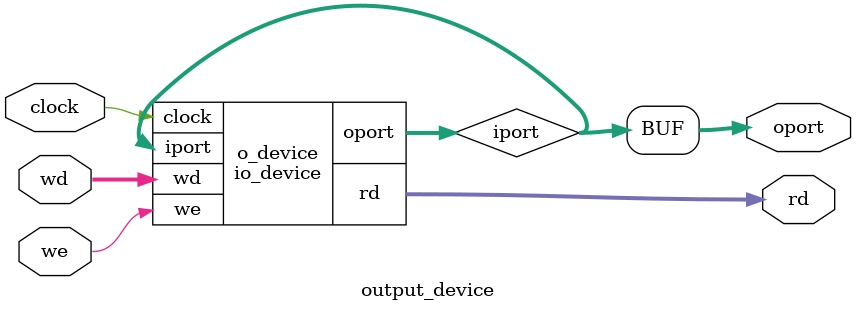
<source format=v>
`default_nettype none


module io_device(
  input wire        clock,
  input wire        we,
  input wire  [7:0] wd,
  output wire [7:0] rd,
  //
  input wire  [7:0] iport,
  output wire [7:0] oport
  );

  register data(
    .clock  (clock),
    .we     (we),
    .d      (wd),
    .q      (oport)
  );
  
  assign rd = iport;
  
endmodule

/////

module input_device(
  input wire        clock,
  input wire        we,
  input wire  [7:0] wd,
  output wire [7:0] rd,
  //
  input wire  [7:0] iport
  );
  
  wire [7:0] oport;
  
  io_device i_device(
    .clock  (clock),
    .we     (we),
    .wd     (wd),
    .rd     (rd),
    .iport  (iport),
    .oport  (oport));
endmodule

/////

module output_device(
  input wire        clock,
  input wire        we,
  input wire  [7:0] wd,
  output wire [7:0] rd,
  //
  output wire [7:0] oport
  );
  
  wire [7:0] iport;
  
  io_device o_device(
    .clock  (clock),
    .we     (we),
    .wd     (wd),
    .rd     (rd),
    .iport  (iport),
    .oport  (iport));
    
  assign oport = iport;

endmodule
  
</source>
